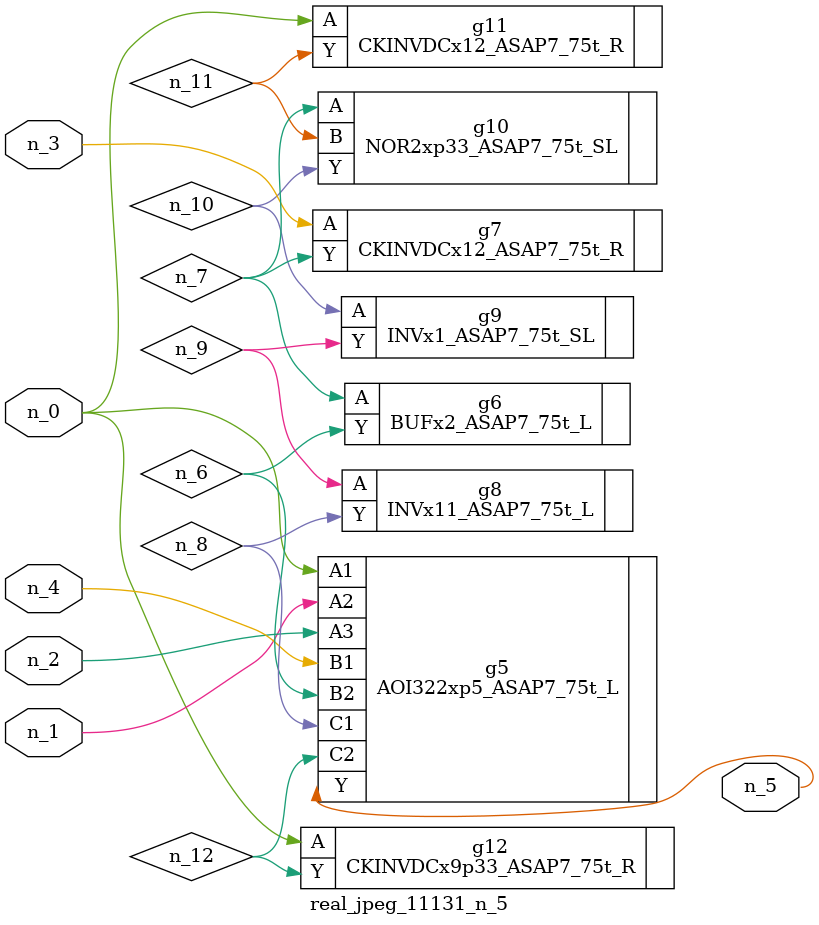
<source format=v>
module real_jpeg_11131_n_5 (n_4, n_0, n_1, n_2, n_3, n_5);

input n_4;
input n_0;
input n_1;
input n_2;
input n_3;

output n_5;

wire n_12;
wire n_8;
wire n_11;
wire n_6;
wire n_7;
wire n_10;
wire n_9;

AOI322xp5_ASAP7_75t_L g5 ( 
.A1(n_0),
.A2(n_1),
.A3(n_2),
.B1(n_4),
.B2(n_6),
.C1(n_8),
.C2(n_12),
.Y(n_5)
);

CKINVDCx12_ASAP7_75t_R g11 ( 
.A(n_0),
.Y(n_11)
);

CKINVDCx9p33_ASAP7_75t_R g12 ( 
.A(n_0),
.Y(n_12)
);

CKINVDCx12_ASAP7_75t_R g7 ( 
.A(n_3),
.Y(n_7)
);

BUFx2_ASAP7_75t_L g6 ( 
.A(n_7),
.Y(n_6)
);

NOR2xp33_ASAP7_75t_SL g10 ( 
.A(n_7),
.B(n_11),
.Y(n_10)
);

INVx11_ASAP7_75t_L g8 ( 
.A(n_9),
.Y(n_8)
);

INVx1_ASAP7_75t_SL g9 ( 
.A(n_10),
.Y(n_9)
);


endmodule
</source>
